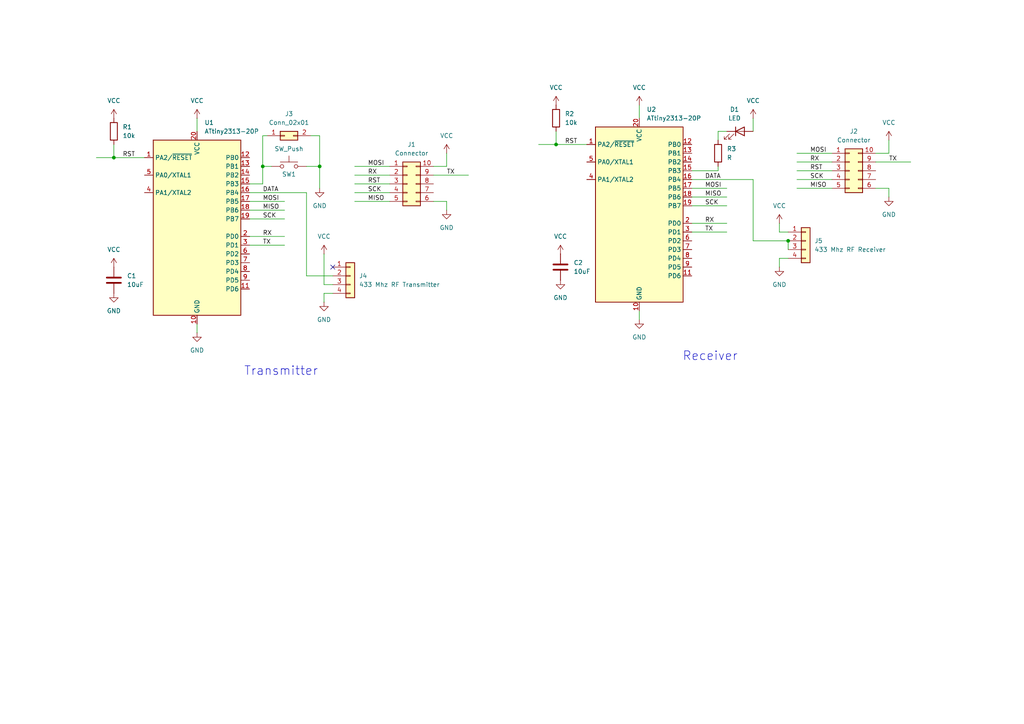
<source format=kicad_sch>
(kicad_sch (version 20250114) (generator "eeschema") (generator_version "9.0")
  (paper "A4")
  (lib_symbols
    (symbol "Connector_Generic:Conn_01x04" (pin_names (offset 1.016) (hide yes))
      (property "Reference" "J" (at 0 5.08 0))
      (property "Value" "Conn_01x04" (at 0 -7.62 0))
      (symbol "Conn_01x04_1_1"
        (rectangle (start -1.27 3.81) (end 1.27 -6.35) (stroke (width 0.254)) (fill (type background)))
        (rectangle (start -1.27 2.667) (end 0 2.413) (stroke (width 0.1524)))
        (rectangle (start -1.27 0.127) (end 0 -0.127) (stroke (width 0.1524)))
        (rectangle (start -1.27 -2.413) (end 0 -2.667) (stroke (width 0.1524)))
        (rectangle (start -1.27 -4.953) (end 0 -5.207) (stroke (width 0.1524)))
        (pin passive line (at -5.08 2.54 0) (length 3.81) (name "Pin_1") (number "1"))
        (pin passive line (at -5.08 0 0) (length 3.81) (name "Pin_2") (number "2"))
        (pin passive line (at -5.08 -2.54 0) (length 3.81) (name "Pin_3") (number "3"))
        (pin passive line (at -5.08 -5.08 0) (length 3.81) (name "Pin_4") (number "4"))
      )
    )
    (symbol "Connector_Generic:Conn_02x01" (pin_names (offset 1.016) (hide yes))
      (property "Reference" "J" (at 1.27 2.54 0))
      (property "Value" "Conn_02x01" (at 1.27 -2.54 0))
      (symbol "Conn_02x01_1_1"
        (rectangle (start -1.27 1.27) (end 3.81 -1.27) (stroke (width 0.254)) (fill (type background)))
        (rectangle (start -1.27 0.127) (end 0 -0.127) (stroke (width 0.1524)))
        (rectangle (start 3.81 0.127) (end 2.54 -0.127) (stroke (width 0.1524)))
        (pin passive line (at -5.08 0 0) (length 3.81) (name "Pin_1") (number "1"))
        (pin passive line (at 7.62 0 180) (length 3.81) (name "Pin_2") (number "2"))
      )
    )
    (symbol "Connector_Generic:Conn_02x05_Counter_Clockwise" (pin_names (offset 1.016) (hide yes))
      (property "Reference" "J" (at 1.27 7.62 0))
      (property "Value" "Conn_02x05_Counter_Clockwise" (at 1.27 -7.62 0))
      (symbol "Conn_02x05_Counter_Clockwise_1_1"
        (rectangle (start -1.27 6.35) (end 3.81 -6.35) (stroke (width 0.254)) (fill (type background)))
        (rectangle (start -1.27 5.207) (end 0 4.953) (stroke (width 0.1524)))
        (rectangle (start -1.27 2.667) (end 0 2.413) (stroke (width 0.1524)))
        (rectangle (start -1.27 0.127) (end 0 -0.127) (stroke (width 0.1524)))
        (rectangle (start -1.27 -2.413) (end 0 -2.667) (stroke (width 0.1524)))
        (rectangle (start -1.27 -4.953) (end 0 -5.207) (stroke (width 0.1524)))
        (rectangle (start 3.81 5.207) (end 2.54 4.953) (stroke (width 0.1524)))
        (rectangle (start 3.81 2.667) (end 2.54 2.413) (stroke (width 0.1524)))
        (rectangle (start 3.81 0.127) (end 2.54 -0.127) (stroke (width 0.1524)))
        (rectangle (start 3.81 -2.413) (end 2.54 -2.667) (stroke (width 0.1524)))
        (rectangle (start 3.81 -4.953) (end 2.54 -5.207) (stroke (width 0.1524)))
        (pin passive line (at -5.08 5.08 0) (length 3.81) (name "Pin_1") (number "1"))
        (pin passive line (at -5.08 2.54 0) (length 3.81) (name "Pin_2") (number "2"))
        (pin passive line (at -5.08 0 0) (length 3.81) (name "Pin_3") (number "3"))
        (pin passive line (at -5.08 -2.54 0) (length 3.81) (name "Pin_4") (number "4"))
        (pin passive line (at -5.08 -5.08 0) (length 3.81) (name "Pin_5") (number "5"))
        (pin passive line (at 7.62 5.08 180) (length 3.81) (name "Pin_10") (number "10"))
        (pin passive line (at 7.62 2.54 180) (length 3.81) (name "Pin_9") (number "9"))
        (pin passive line (at 7.62 0 180) (length 3.81) (name "Pin_8") (number "8"))
        (pin passive line (at 7.62 -2.54 180) (length 3.81) (name "Pin_7") (number "7"))
        (pin passive line (at 7.62 -5.08 180) (length 3.81) (name "Pin_6") (number "6"))
      )
    )
    (symbol "Device:C" (pin_numbers (hide yes)) (pin_names (offset 0.254))
      (property "Reference" "C" (at 0.635 2.54 0))
      (property "Value" "C" (at 0.635 -2.54 0))
      (symbol "C_0_1"
        (polyline (pts (xy -2.032 0.762) (xy 2.032 0.762)) (stroke (width 0.508)))
        (polyline (pts (xy -2.032 -0.762) (xy 2.032 -0.762)) (stroke (width 0.508)))
      )
      (symbol "C_1_1"
        (pin passive line (at 0 3.81 270) (length 2.794) (name "~") (number "1"))
        (pin passive line (at 0 -3.81 90) (length 2.794) (name "~") (number "2"))
      )
    )
    (symbol "Device:LED" (pin_numbers (hide yes)) (pin_names (offset 1.016) (hide yes))
      (property "Reference" "D" (at 0 2.54 0))
      (property "Value" "LED" (at 0 -2.54 0))
      (symbol "LED_0_1"
        (polyline (pts (xy -3.048 -0.762) (xy -4.572 -2.286) (xy -3.81 -2.286) (xy -4.572 -2.286) (xy -4.572 -1.524)))
        (polyline (pts (xy -1.778 -0.762) (xy -3.302 -2.286) (xy -2.54 -2.286) (xy -3.302 -2.286) (xy -3.302 -1.524)))
        (polyline (pts (xy -1.27 0) (xy 1.27 0)))
        (polyline (pts (xy -1.27 -1.27) (xy -1.27 1.27)) (stroke (width 0.254)))
        (polyline (pts (xy 1.27 -1.27) (xy 1.27 1.27) (xy -1.27 0) (xy 1.27 -1.27)) (stroke (width 0.254)))
      )
      (symbol "LED_1_1"
        (pin passive line (at -3.81 0 0) (length 2.54) (name "K") (number "1"))
        (pin passive line (at 3.81 0 180) (length 2.54) (name "A") (number "2"))
      )
    )
    (symbol "Device:R" (pin_numbers (hide yes)) (pin_names (offset 0))
      (property "Reference" "R" (at 2.032 0 90))
      (property "Value" "R" (at 0 0 90))
      (symbol "R_0_1"
        (rectangle (start -1.016 -2.54) (end 1.016 2.54) (stroke (width 0.254)))
      )
      (symbol "R_1_1"
        (pin passive line (at 0 3.81 270) (length 1.27) (name "~") (number "1"))
        (pin passive line (at 0 -3.81 90) (length 1.27) (name "~") (number "2"))
      )
    )
    (symbol "MCU_Microchip_ATtiny:ATtiny2313-20P"
      (property "Reference" "U" (at -12.7 26.67 0))
      (property "Value" "ATtiny2313-20P" (at 2.54 -26.67 0))
      (symbol "ATtiny2313-20P_0_1"
        (rectangle (start -12.7 -25.4) (end 12.7 25.4) (stroke (width 0.254)) (fill (type background)))
      )
      (symbol "ATtiny2313-20P_1_1"
        (pin bidirectional line (at -15.24 20.32 0) (length 2.54) (name "PA2/~{RESET}") (number "1"))
        (pin bidirectional line (at -15.24 15.24 0) (length 2.54) (name "PA0/XTAL1") (number "5"))
        (pin bidirectional line (at -15.24 10.16 0) (length 2.54) (name "PA1/XTAL2") (number "4"))
        (pin power_in line (at 0 27.94 270) (length 2.54) (name "VCC") (number "20"))
        (pin power_in line (at 0 -27.94 90) (length 2.54) (name "GND") (number "10"))
        (pin bidirectional line (at 15.24 20.32 180) (length 2.54) (name "PB0") (number "12"))
        (pin bidirectional line (at 15.24 17.78 180) (length 2.54) (name "PB1") (number "13"))
        (pin bidirectional line (at 15.24 15.24 180) (length 2.54) (name "PB2") (number "14"))
        (pin bidirectional line (at 15.24 12.7 180) (length 2.54) (name "PB3") (number "15"))
        (pin bidirectional line (at 15.24 10.16 180) (length 2.54) (name "PB4") (number "16"))
        (pin bidirectional line (at 15.24 7.62 180) (length 2.54) (name "PB5") (number "17"))
        (pin bidirectional line (at 15.24 5.08 180) (length 2.54) (name "PB6") (number "18"))
        (pin bidirectional line (at 15.24 2.54 180) (length 2.54) (name "PB7") (number "19"))
        (pin bidirectional line (at 15.24 -2.54 180) (length 2.54) (name "PD0") (number "2"))
        (pin bidirectional line (at 15.24 -5.08 180) (length 2.54) (name "PD1") (number "3"))
        (pin bidirectional line (at 15.24 -7.62 180) (length 2.54) (name "PD2") (number "6"))
        (pin bidirectional line (at 15.24 -10.16 180) (length 2.54) (name "PD3") (number "7"))
        (pin bidirectional line (at 15.24 -12.7 180) (length 2.54) (name "PD4") (number "8"))
        (pin bidirectional line (at 15.24 -15.24 180) (length 2.54) (name "PD5") (number "9"))
        (pin bidirectional line (at 15.24 -17.78 180) (length 2.54) (name "PD6") (number "11"))
      )
    )
    (symbol "Switch:SW_Push" (pin_numbers (hide yes)) (pin_names (offset 1.016) (hide yes))
      (property "Reference" "SW" (at 1.27 2.54 0))
      (property "Value" "SW_Push" (at 0 -1.524 0))
      (symbol "SW_Push_0_1"
        (circle (center -2.032 0) (radius 0.508))
        (polyline (pts (xy 0 1.27) (xy 0 3.048)))
        (circle (center 2.032 0) (radius 0.508))
        (polyline (pts (xy 2.54 1.27) (xy -2.54 1.27)))
        (pin passive line (at -5.08 0 0) (length 2.54) (name "1") (number "1"))
        (pin passive line (at 5.08 0 180) (length 2.54) (name "2") (number "2"))
      )
    )
    (symbol "power:GND" (power) (pin_numbers (hide yes)) (pin_names (offset 0) (hide yes))
      (property "Value" "GND" (at 0 -3.81 0))
      (symbol "GND_0_1"
        (polyline (pts (xy 0 0) (xy 0 -1.27) (xy 1.27 -1.27) (xy 0 -2.54) (xy -1.27 -1.27) (xy 0 -1.27)))
      )
      (symbol "GND_1_1"
        (pin power_in line (at 0 0 270) (length 0) (name "~") (number "1"))
      )
    )
    (symbol "power:VCC" (power) (pin_numbers (hide yes)) (pin_names (offset 0) (hide yes))
      (property "Value" "VCC" (at 0 3.556 0))
      (symbol "VCC_0_1"
        (polyline (pts (xy -0.762 1.27) (xy 0 2.54)))
        (polyline (pts (xy 0 2.54) (xy 0.762 1.27)))
        (polyline (pts (xy 0 0) (xy 0 2.54)))
      )
      (symbol "VCC_1_1"
        (pin power_in line (at 0 0 90) (length 0) (name "~") (number "1"))
      )
    )
  )
  (text "Receiver" (at 205.994 103.378 0) (effects (font (size 2.54 2.54))))
  (text "Transmitter" (at 81.534 107.696 0) (effects (font (size 2.54 2.54))))
  (junction (at 228.6 69.85))
  (junction (at 76.2 48.26))
  (junction (at 33.02 45.72))
  (junction (at 161.29 41.91))
  (junction (at 92.71 48.26))
  (no_connect (at 96.52 77.47))
  (wire (pts (xy 208.28 38.1) (xy 208.28 40.64)))
  (wire (pts (xy 72.39 58.42) (xy 82.55 58.42)))
  (wire (pts (xy 96.52 82.55) (xy 93.98 82.55)))
  (wire (pts (xy 185.42 92.71) (xy 185.42 90.17)))
  (wire (pts (xy 76.2 39.37) (xy 77.47 39.37)))
  (wire (pts (xy 72.39 68.58) (xy 82.55 68.58)))
  (wire (pts (xy 156.21 41.91) (xy 161.29 41.91)))
  (wire (pts (xy 72.39 55.88) (xy 88.9 55.88)))
  (wire (pts (xy 231.14 49.53) (xy 241.3 49.53)))
  (wire (pts (xy 185.42 30.48) (xy 185.42 34.29)))
  (wire (pts (xy 125.73 50.8) (xy 135.89 50.8)))
  (wire (pts (xy 200.66 52.07) (xy 218.44 52.07)))
  (wire (pts (xy 161.29 38.1) (xy 161.29 41.91)))
  (wire (pts (xy 33.02 41.91) (xy 33.02 45.72)))
  (wire (pts (xy 231.14 44.45) (xy 241.3 44.45)))
  (wire (pts (xy 92.71 39.37) (xy 92.71 48.26)))
  (wire (pts (xy 102.87 55.88) (xy 113.03 55.88)))
  (wire (pts (xy 200.66 54.61) (xy 210.82 54.61)))
  (wire (pts (xy 218.44 69.85) (xy 218.44 52.07)))
  (wire (pts (xy 129.54 48.26) (xy 125.73 48.26)))
  (wire (pts (xy 231.14 46.99) (xy 241.3 46.99)))
  (wire (pts (xy 257.81 57.15) (xy 257.81 54.61)))
  (wire (pts (xy 102.87 48.26) (xy 113.03 48.26)))
  (wire (pts (xy 129.54 44.45) (xy 129.54 48.26)))
  (wire (pts (xy 257.81 40.64) (xy 257.81 44.45)))
  (wire (pts (xy 226.06 77.47) (xy 226.06 74.93)))
  (wire (pts (xy 72.39 63.5) (xy 82.55 63.5)))
  (wire (pts (xy 33.02 45.72) (xy 41.91 45.72)))
  (wire (pts (xy 208.28 49.53) (xy 200.66 49.53)))
  (wire (pts (xy 93.98 82.55) (xy 93.98 73.66)))
  (wire (pts (xy 231.14 52.07) (xy 241.3 52.07)))
  (wire (pts (xy 129.54 58.42) (xy 125.73 58.42)))
  (wire (pts (xy 200.66 67.31) (xy 210.82 67.31)))
  (wire (pts (xy 93.98 87.63) (xy 93.98 85.09)))
  (wire (pts (xy 76.2 53.34) (xy 76.2 48.26)))
  (wire (pts (xy 226.06 67.31) (xy 228.6 67.31)))
  (wire (pts (xy 129.54 60.96) (xy 129.54 58.42)))
  (wire (pts (xy 254 46.99) (xy 264.16 46.99)))
  (wire (pts (xy 76.2 48.26) (xy 76.2 39.37)))
  (wire (pts (xy 57.15 34.29) (xy 57.15 38.1)))
  (wire (pts (xy 27.94 45.72) (xy 33.02 45.72)))
  (wire (pts (xy 102.87 50.8) (xy 113.03 50.8)))
  (wire (pts (xy 257.81 54.61) (xy 254 54.61)))
  (wire (pts (xy 72.39 60.96) (xy 82.55 60.96)))
  (wire (pts (xy 228.6 69.85) (xy 228.6 72.39)))
  (wire (pts (xy 226.06 74.93) (xy 228.6 74.93)))
  (wire (pts (xy 228.6 69.85) (xy 218.44 69.85)))
  (wire (pts (xy 231.14 54.61) (xy 241.3 54.61)))
  (wire (pts (xy 88.9 55.88) (xy 88.9 80.01)))
  (wire (pts (xy 200.66 59.69) (xy 210.82 59.69)))
  (wire (pts (xy 210.82 38.1) (xy 208.28 38.1)))
  (wire (pts (xy 76.2 48.26) (xy 78.74 48.26)))
  (wire (pts (xy 200.66 64.77) (xy 210.82 64.77)))
  (wire (pts (xy 102.87 53.34) (xy 113.03 53.34)))
  (wire (pts (xy 57.15 96.52) (xy 57.15 93.98)))
  (wire (pts (xy 200.66 57.15) (xy 210.82 57.15)))
  (wire (pts (xy 208.28 48.26) (xy 208.28 49.53)))
  (wire (pts (xy 72.39 71.12) (xy 82.55 71.12)))
  (wire (pts (xy 92.71 48.26) (xy 92.71 54.61)))
  (wire (pts (xy 93.98 85.09) (xy 96.52 85.09)))
  (wire (pts (xy 226.06 64.77) (xy 226.06 67.31)))
  (wire (pts (xy 161.29 41.91) (xy 170.18 41.91)))
  (wire (pts (xy 88.9 80.01) (xy 96.52 80.01)))
  (wire (pts (xy 218.44 34.29) (xy 218.44 38.1)))
  (wire (pts (xy 102.87 58.42) (xy 113.03 58.42)))
  (wire (pts (xy 88.9 48.26) (xy 92.71 48.26)))
  (wire (pts (xy 72.39 53.34) (xy 76.2 53.34)))
  (wire (pts (xy 257.81 44.45) (xy 254 44.45)))
  (wire (pts (xy 90.17 39.37) (xy 92.71 39.37)))
  (label "MOSI" (at 106.68 48.26 0))
  (label "RX" (at 106.68 50.8 0))
  (label "MISO" (at 76.2 60.96 0))
  (label "DATA" (at 76.2 55.88 0))
  (label "TX" (at 76.2 71.12 0))
  (label "RX" (at 204.47 64.77 0))
  (label "RST" (at 163.83 41.91 0))
  (label "SCK" (at 106.68 55.88 0))
  (label "SCK" (at 76.2 63.5 0))
  (label "MOSI" (at 76.2 58.42 0))
  (label "TX" (at 204.47 67.31 0))
  (label "MOSI" (at 204.47 54.61 0))
  (label "RX" (at 234.95 46.99 0))
  (label "DATA" (at 204.47 52.07 0))
  (label "SCK" (at 234.95 52.07 0))
  (label "RX" (at 76.2 68.58 0))
  (label "RST" (at 234.95 49.53 0))
  (label "SCK" (at 204.47 59.69 0))
  (label "RST" (at 106.68 53.34 0))
  (label "RST" (at 35.56 45.72 0))
  (label "MISO" (at 234.95 54.61 0))
  (label "TX" (at 129.54 50.8 0))
  (label "TX" (at 257.81 46.99 0))
  (label "MOSI" (at 234.95 44.45 0))
  (label "MISO" (at 204.47 57.15 0))
  (label "MISO" (at 106.68 58.42 0))
  (symbol (lib_id "power:VCC") (at 93.98 73.66 0) (unit 1)
    (property "Reference" "#PWR013" (effects (hide yes)))
    (property "Value" "VCC" (at 93.98 68.58 0))
    (property "Description" "Power symbol creates a global label with name \"VCC\"" (effects (hide yes)))
  )
  (symbol (lib_id "power:VCC") (at 33.02 34.29 0) (unit 1)
    (property "Reference" "#PWR03" (effects (hide yes)))
    (property "Value" "VCC" (at 33.02 29.21 0))
    (property "Description" "Power symbol creates a global label with name \"VCC\"" (effects (hide yes)))
  )
  (symbol (lib_id "power:GND") (at 257.81 57.15 0) (unit 1)
    (property "Reference" "#PWR010" (effects (hide yes)))
    (property "Value" "GND" (at 257.81 62.23 0))
    (property "Description" "Power symbol creates a global label with name \"GND\" , ground" (effects (hide yes)))
  )
  (symbol (lib_id "power:VCC") (at 161.29 30.48 0) (unit 1)
    (property "Reference" "#PWR06" (effects (hide yes)))
    (property "Value" "VCC" (at 161.29 25.4 0))
    (property "Description" "Power symbol creates a global label with name \"VCC\"" (effects (hide yes)))
  )
  (symbol (lib_id "power:GND") (at 129.54 60.96 0) (unit 1)
    (property "Reference" "#PWR02" (effects (hide yes)))
    (property "Value" "GND" (at 129.54 66.04 0))
    (property "Description" "Power symbol creates a global label with name \"GND\" , ground" (effects (hide yes)))
  )
  (symbol (lib_id "Connector_Generic:Conn_02x05_Counter_Clockwise") (at 246.38 49.53 0) (unit 1)
    (property "Reference" "J2" (at 247.65 38.1 0))
    (property "Value" "Connector" (at 247.65 40.64 0))
    (property "Description" "Generic connector, double row, 02x05, counter clockwise pin numbering scheme (similar to DIP package numbering), script generated (kicad-library-utils/schlib/autogen/connector/)" (effects (hide yes)))
  )
  (symbol (lib_id "power:VCC") (at 57.15 34.29 0) (unit 1)
    (property "Reference" "#PWR04" (effects (hide yes)))
    (property "Value" "VCC" (at 57.15 29.21 0))
    (property "Description" "Power symbol creates a global label with name \"VCC\"" (effects (hide yes)))
  )
  (symbol (lib_id "power:GND") (at 185.42 92.71 0) (unit 1)
    (property "Reference" "#PWR08" (effects (hide yes)))
    (property "Value" "GND" (at 185.42 97.79 0))
    (property "Description" "Power symbol creates a global label with name \"GND\" , ground" (effects (hide yes)))
  )
  (symbol (lib_id "Connector_Generic:Conn_02x01") (at 82.55 39.37 0) (unit 1)
    (property "Reference" "J3" (at 83.82 33.02 0))
    (property "Value" "Conn_02x01" (at 83.82 35.56 0))
    (property "Description" "Generic connector, double row, 02x01, this symbol is compatible with counter-clockwise, top-bottom and odd-even numbering schemes., script generated (kicad-library-utils/schlib/autogen/connector/)" (effects (hide yes)))
  )
  (symbol (lib_id "Connector_Generic:Conn_01x04") (at 233.68 69.85 0) (unit 1)
    (property "Reference" "J5" (at 236.22 69.8499 0) (effects (justify left)))
    (property "Value" "433 Mhz RF Receiver" (at 236.22 72.3899 0) (effects (justify left)))
    (property "Description" "Generic connector, single row, 01x04, script generated (kicad-library-utils/schlib/autogen/connector/)" (effects (hide yes)))
  )
  (symbol (lib_id "Switch:SW_Push") (at 83.82 48.26 0) (unit 1)
    (property "Reference" "SW1" (at 83.82 50.546 0))
    (property "Value" "SW_Push" (at 83.82 43.18 0))
    (property "Description" "Push button switch, generic, two pins" (effects (hide yes)))
  )
  (symbol (lib_id "Device:R") (at 208.28 44.45 0) (unit 1)
    (property "Reference" "R3" (at 210.82 43.1799 0) (effects (justify left)))
    (property "Value" "R" (at 210.82 45.7199 0) (effects (justify left)))
    (property "Description" "Resistor" (effects (hide yes)))
  )
  (symbol (lib_id "power:GND") (at 33.02 85.09 0) (unit 1)
    (property "Reference" "#PWR018" (effects (hide yes)))
    (property "Value" "GND" (at 33.02 90.17 0))
    (property "Description" "Power symbol creates a global label with name \"GND\" , ground" (effects (hide yes)))
  )
  (symbol (lib_id "power:VCC") (at 257.81 40.64 0) (unit 1)
    (property "Reference" "#PWR09" (effects (hide yes)))
    (property "Value" "VCC" (at 257.81 35.56 0))
    (property "Description" "Power symbol creates a global label with name \"VCC\"" (effects (hide yes)))
  )
  (symbol (lib_id "power:VCC") (at 185.42 30.48 0) (unit 1)
    (property "Reference" "#PWR07" (effects (hide yes)))
    (property "Value" "VCC" (at 185.42 25.4 0))
    (property "Description" "Power symbol creates a global label with name \"VCC\"" (effects (hide yes)))
  )
  (symbol (lib_id "power:GND") (at 226.06 77.47 0) (unit 1)
    (property "Reference" "#PWR014" (effects (hide yes)))
    (property "Value" "GND" (at 226.06 82.55 0))
    (property "Description" "Power symbol creates a global label with name \"GND\" , ground" (effects (hide yes)))
  )
  (symbol (lib_id "power:VCC") (at 129.54 44.45 0) (unit 1)
    (property "Reference" "#PWR01" (effects (hide yes)))
    (property "Value" "VCC" (at 129.54 39.37 0))
    (property "Description" "Power symbol creates a global label with name \"VCC\"" (effects (hide yes)))
  )
  (symbol (lib_id "Device:LED") (at 214.63 38.1 0) (unit 1)
    (property "Reference" "D1" (at 213.0425 31.75 0))
    (property "Value" "LED" (at 213.0425 34.29 0))
    (property "Description" "Light emitting diode" (effects (hide yes)))
    (property "Sim.Pins" "1=K 2=A" (effects (hide yes)))
  )
  (symbol (lib_id "Connector_Generic:Conn_02x05_Counter_Clockwise") (at 118.11 53.34 0) (unit 1)
    (property "Reference" "J1" (at 119.38 41.91 0))
    (property "Value" "Connector" (at 119.38 44.45 0))
    (property "Description" "Generic connector, double row, 02x05, counter clockwise pin numbering scheme (similar to DIP package numbering), script generated (kicad-library-utils/schlib/autogen/connector/)" (effects (hide yes)))
  )
  (symbol (lib_id "Device:C") (at 162.56 77.47 0) (unit 1)
    (property "Reference" "C2" (at 166.37 76.1999 0) (effects (justify left)))
    (property "Value" "10uF" (at 166.37 78.7399 0) (effects (justify left)))
    (property "Description" "Unpolarized capacitor" (effects (hide yes)))
  )
  (symbol (lib_id "power:GND") (at 93.98 87.63 0) (unit 1)
    (property "Reference" "#PWR012" (effects (hide yes)))
    (property "Value" "GND" (at 93.98 92.71 0))
    (property "Description" "Power symbol creates a global label with name \"GND\" , ground" (effects (hide yes)))
  )
  (symbol (lib_id "power:GND") (at 162.56 81.28 0) (unit 1)
    (property "Reference" "#PWR020" (effects (hide yes)))
    (property "Value" "GND" (at 162.56 86.36 0))
    (property "Description" "Power symbol creates a global label with name \"GND\" , ground" (effects (hide yes)))
  )
  (symbol (lib_id "power:VCC") (at 226.06 64.77 0) (unit 1)
    (property "Reference" "#PWR015" (effects (hide yes)))
    (property "Value" "VCC" (at 226.06 59.69 0))
    (property "Description" "Power symbol creates a global label with name \"VCC\"" (effects (hide yes)))
  )
  (symbol (lib_id "power:GND") (at 92.71 54.61 0) (unit 1)
    (property "Reference" "#PWR011" (effects (hide yes)))
    (property "Value" "GND" (at 92.71 59.69 0))
    (property "Description" "Power symbol creates a global label with name \"GND\" , ground" (effects (hide yes)))
  )
  (symbol (lib_id "power:VCC") (at 33.02 77.47 0) (unit 1)
    (property "Reference" "#PWR017" (effects (hide yes)))
    (property "Value" "VCC" (at 33.02 72.39 0))
    (property "Description" "Power symbol creates a global label with name \"VCC\"" (effects (hide yes)))
  )
  (symbol (lib_id "power:GND") (at 57.15 96.52 0) (unit 1)
    (property "Reference" "#PWR05" (effects (hide yes)))
    (property "Value" "GND" (at 57.15 101.6 0))
    (property "Description" "Power symbol creates a global label with name \"GND\" , ground" (effects (hide yes)))
  )
  (symbol (lib_id "MCU_Microchip_ATtiny:ATtiny2313-20P") (at 57.15 66.04 0) (unit 1)
    (property "Reference" "U1" (at 59.2933 35.56 0) (effects (justify left)))
    (property "Value" "ATtiny2313-20P" (at 59.2933 38.1 0) (effects (justify left)))
    (property "Footprint" "Package_DIP:DIP-20_W7.62mm" (effects (hide yes)))
    (property "Datasheet" "http://ww1.microchip.com/downloads/en/DeviceDoc/Atmel-2543-AVR-ATtiny2313_Datasheet.pdf" (effects (hide yes)))
    (property "Description" "20MHz, 2kB Flash, 128B SRAM, 128B EEPROM, debugWIRE, DIP-20" (effects (hide yes)))
  )
  (symbol (lib_id "Device:R") (at 161.29 34.29 0) (unit 1)
    (property "Reference" "R2" (at 163.83 33.0199 0) (effects (justify left)))
    (property "Value" "10k" (at 163.83 35.5599 0) (effects (justify left)))
    (property "Description" "Resistor" (effects (hide yes)))
  )
  (symbol (lib_id "power:VCC") (at 162.56 73.66 0) (unit 1)
    (property "Reference" "#PWR019" (effects (hide yes)))
    (property "Value" "VCC" (at 162.56 68.58 0))
    (property "Description" "Power symbol creates a global label with name \"VCC\"" (effects (hide yes)))
  )
  (symbol (lib_id "power:VCC") (at 218.44 34.29 0) (unit 1)
    (property "Reference" "#PWR016" (effects (hide yes)))
    (property "Value" "VCC" (at 218.44 29.21 0))
    (property "Description" "Power symbol creates a global label with name \"VCC\"" (effects (hide yes)))
  )
  (symbol (lib_id "MCU_Microchip_ATtiny:ATtiny2313-20P") (at 185.42 62.23 0) (unit 1)
    (property "Reference" "U2" (at 187.5633 31.75 0) (effects (justify left)))
    (property "Value" "ATtiny2313-20P" (at 187.5633 34.29 0) (effects (justify left)))
    (property "Footprint" "Package_DIP:DIP-20_W7.62mm" (effects (hide yes)))
    (property "Datasheet" "http://ww1.microchip.com/downloads/en/DeviceDoc/Atmel-2543-AVR-ATtiny2313_Datasheet.pdf" (effects (hide yes)))
    (property "Description" "20MHz, 2kB Flash, 128B SRAM, 128B EEPROM, debugWIRE, DIP-20" (effects (hide yes)))
  )
  (symbol (lib_id "Connector_Generic:Conn_01x04") (at 101.6 80.01 0) (unit 1)
    (property "Reference" "J4" (at 104.14 80.0099 0) (effects (justify left)))
    (property "Value" "433 Mhz RF Transmitter" (at 104.14 82.5499 0) (effects (justify left)))
    (property "Description" "Generic connector, single row, 01x04, script generated (kicad-library-utils/schlib/autogen/connector/)" (effects (hide yes)))
  )
  (symbol (lib_id "Device:R") (at 33.02 38.1 0) (unit 1)
    (property "Reference" "R1" (at 35.56 36.8299 0) (effects (justify left)))
    (property "Value" "10k" (at 35.56 39.3699 0) (effects (justify left)))
    (property "Description" "Resistor" (effects (hide yes)))
  )
  (symbol (lib_id "Device:C") (at 33.02 81.28 0) (unit 1)
    (property "Reference" "C1" (at 36.83 80.0099 0) (effects (justify left)))
    (property "Value" "10uF" (at 36.83 82.5499 0) (effects (justify left)))
    (property "Description" "Unpolarized capacitor" (effects (hide yes)))
  )
)
</source>
